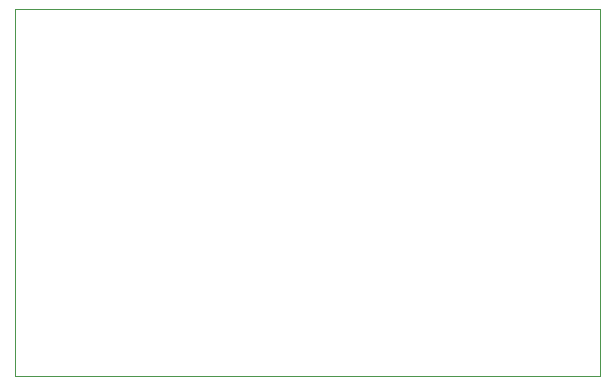
<source format=gbr>
%TF.GenerationSoftware,KiCad,Pcbnew,(5.1.6)-1*%
%TF.CreationDate,2020-08-02T10:54:23-04:00*%
%TF.ProjectId,Fogger_Power_CTRL,466f6767-6572-45f5-906f-7765725f4354,rev?*%
%TF.SameCoordinates,Original*%
%TF.FileFunction,Profile,NP*%
%FSLAX46Y46*%
G04 Gerber Fmt 4.6, Leading zero omitted, Abs format (unit mm)*
G04 Created by KiCad (PCBNEW (5.1.6)-1) date 2020-08-02 10:54:23*
%MOMM*%
%LPD*%
G01*
G04 APERTURE LIST*
%TA.AperFunction,Profile*%
%ADD10C,0.050000*%
%TD*%
G04 APERTURE END LIST*
D10*
X101600000Y-113030000D02*
X101600000Y-81915000D01*
X151130000Y-113030000D02*
X101600000Y-113030000D01*
X151130000Y-81915000D02*
X151130000Y-113030000D01*
X101600000Y-81915000D02*
X151130000Y-81915000D01*
M02*

</source>
